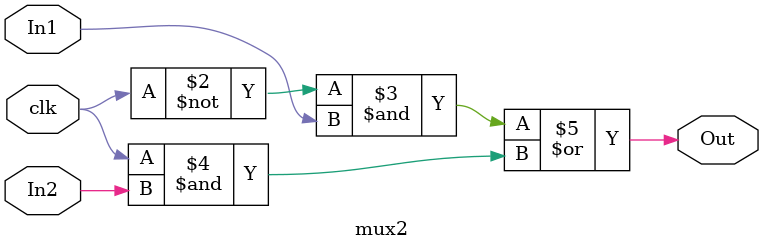
<source format=v>
`timescale 1ns/1ns
module mux2( clk, In1, In2, Out );

input clk,In1,In2;
output Out;

reg Out;

always @( clk or In2 or In1)
begin
    Out = ( ~clk & In1 ) | (  clk & In2 );
end

endmodule
</source>
